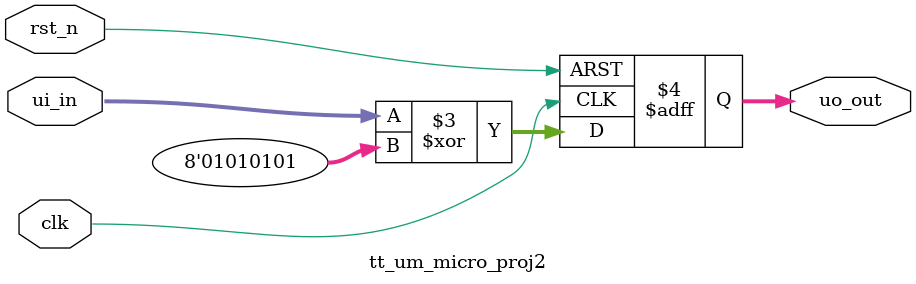
<source format=v>

`default_nettype none


module tt_um_micro_proj2 (
`ifdef USE_POWER_PINS
    input  wire       VPWR,
    input  wire       VGND,
`endif
    input  wire [7:0] ui_in,   // Dedicated inputs
    output reg  [7:0] uo_out,  // Dedicated outputs
    input  wire       clk,     // clock
    input  wire       rst_n    // reset_n - low to reset
);

  always @(posedge clk or negedge rst_n) begin
`ifdef USE_POWER_PINS
    if (~VPWR | VGND) begin
      uo_out <= 8'h00;
    end else
`endif
    if (~rst_n) begin
      uo_out <= 8'h00;
    end else begin
      uo_out <= ui_in ^ 8'h55;
    end
  end

endmodule  // tt_um_micro_proj2

</source>
